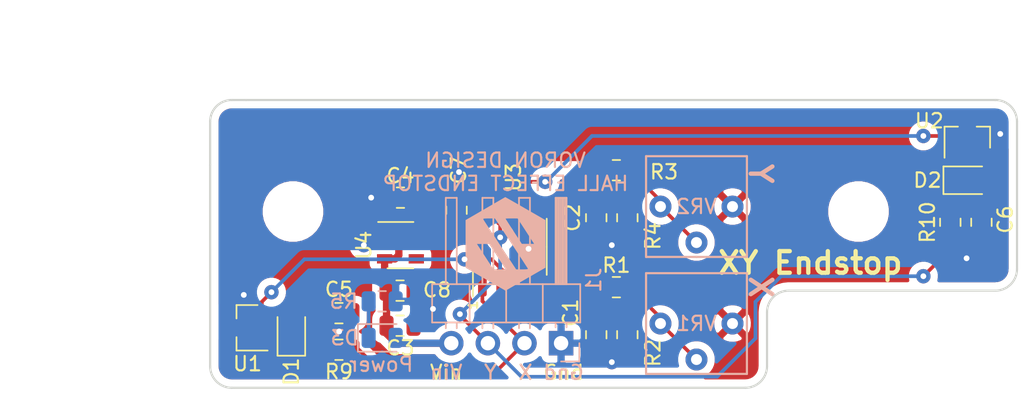
<source format=kicad_pcb>
(kicad_pcb (version 20211014) (generator pcbnew)
  (title_block (title "X-Y Endstop") (date "2017-11-09") (rev "A") (comment 3 " CARLOS RUIZ") (comment 4 " MAKSIM ZOLIN"))
  (layers (0 "F.Cu" signal) (31 "B.Cu" signal) (34 "B.Paste" user) (35 "F.Paste" user) (36 "B.SilkS" user "B.Silkscreen") (37 "F.SilkS" user "F.Silkscreen") (38 "B.Mask" user) (39 "F.Mask" user) (44 "Edge.Cuts" user))
  (net 0 "")
  (net 1 "GND")
  (net 2 "Net-(C1-Pad1)")
  (net 3 "Net-(C2-Pad1)")
  (net 4 "+5V")
  (net 5 "+3V3")
  (net 6 "Y_SIG")
  (net 7 "X_SIG")
  (net 8 "Net-(D1-Pad1)")
  (net 9 "Net-(D2-Pad1)")
  (net 10 "Net-(R1-Pad2)")
  (net 11 "Net-(R3-Pad2)")
  (net 12 "Net-(U1-Pad2)")
  (net 13 "Net-(U2-Pad2)")
  (net 14 "Net-(D3-Pad1)")
  (footprint "HallEffect_XY:C_0805_2012Metric" (layer "F.Cu") (at 148.797 99.183 -90)
    (fp_text reference "C2" (at 0 1.651 90) (layer "F.SilkS"))
    (fp_text value "0.1uF")
    (fp_line (start -0.258578 0.71) (end 0.258578 0.71) (layer "F.SilkS") (width 0.12))
    (fp_line (start -0.258578 -0.71) (end 0.258578 -0.71) (layer "F.SilkS") (width 0.12))
    (pad "1" smd roundrect locked (at -0.9375 0 270) (size 0.975 1.4) (layers "F.Cu" "F.Paste" "F.Mask") (net 3 "Net-(C2-Pad1)"))
    (pad "2" smd roundrect locked (at 0.9375 0 270) (size 0.975 1.4) (layers "F.Cu" "F.Paste" "F.Mask") (net 1 "GND"))
  )
  (footprint "HallEffect_XY:C_0805_2012Metric" (layer "F.Cu") (at 135.18 106.6864)
    (fp_text reference "C3" (at 0.028 1.5436) (layer "F.SilkS"))
    (fp_text value "1uF")
    (fp_line (start -0.258578 0.71) (end 0.258578 0.71) (layer "F.SilkS") (width 0.12))
    (fp_line (start -0.258578 -0.71) (end 0.258578 -0.71) (layer "F.SilkS") (width 0.12))
    (pad "1" smd roundrect locked (at -0.9375 0) (size 0.975 1.4) (layers "F.Cu" "F.Paste" "F.Mask") (net 4 "+5V"))
    (pad "2" smd roundrect locked (at 0.9375 0) (size 0.975 1.4) (layers "F.Cu" "F.Paste" "F.Mask") (net 1 "GND"))
  )
  (footprint "HallEffect_XY:C_0805_2012Metric" (layer "F.Cu") (at 135.208 97.786 180)
    (fp_text reference "C4" (at 0 1.524) (layer "F.SilkS"))
    (fp_text value "1uF")
    (fp_line (start -0.258578 -0.71) (end 0.258578 -0.71) (layer "F.SilkS") (width 0.12))
    (fp_line (start -0.258578 0.71) (end 0.258578 0.71) (layer "F.SilkS") (width 0.12))
    (pad "1" smd roundrect locked (at -0.9375 0 180) (size 0.975 1.4) (layers "F.Cu" "F.Paste" "F.Mask") (net 5 "+3V3"))
    (pad "2" smd roundrect locked (at 0.9375 0 180) (size 0.975 1.4) (layers "F.Cu" "F.Paste" "F.Mask") (net 1 "GND"))
  )
  (footprint "HallEffect_XY:R_0805_2012Metric" (layer "F.Cu") (at 150.194 95.881)
    (fp_text reference "R3" (at 3.306 0.119) (layer "F.SilkS"))
    (fp_text value "1.00K")
    (fp_line (start -0.258578 0.71) (end 0.258578 0.71) (layer "F.SilkS") (width 0.12))
    (fp_line (start -0.258578 -0.71) (end 0.258578 -0.71) (layer "F.SilkS") (width 0.12))
    (pad "1" smd roundrect locked (at -0.9375 0) (size 0.975 1.4) (layers "F.Cu" "F.Paste" "F.Mask") (net 3 "Net-(C2-Pad1)"))
    (pad "2" smd roundrect locked (at 0.9375 0) (size 0.975 1.4) (layers "F.Cu" "F.Paste" "F.Mask") (net 11 "Net-(R3-Pad2)"))
  )
  (footprint "HallEffect_XY:R_0805_2012Metric" (layer "F.Cu") (at 150.956 99.183 -90)
    (fp_text reference "R4" (at 1.27 -1.778 90) (layer "F.SilkS"))
    (fp_text value "10.0k")
    (fp_line (start -0.258578 -0.71) (end 0.258578 -0.71) (layer "F.SilkS") (width 0.12))
    (fp_line (start -0.258578 0.71) (end 0.258578 0.71) (layer "F.SilkS") (width 0.12))
    (pad "1" smd roundrect locked (at -0.9375 0 270) (size 0.975 1.4) (layers "F.Cu" "F.Paste" "F.Mask") (net 3 "Net-(C2-Pad1)"))
    (pad "2" smd roundrect locked (at 0.9375 0 270) (size 0.975 1.4) (layers "F.Cu" "F.Paste" "F.Mask") (net 1 "GND"))
  )
  (footprint "HallEffect_XY:SOT-23-5" (layer "F.Cu") (at 135.208 101.088)
    (fp_text reference "U4" (at -2.54 0 90) (layer "F.SilkS"))
    (fp_text value "AP2127K-3.3")
    (fp_line (start 0.9 -1.61) (end -1.55 -1.61) (layer "F.SilkS") (width 0.12))
    (fp_line (start -0.9 1.61) (end 0.9 1.61) (layer "F.SilkS") (width 0.12))
    (pad "1" smd rect locked (at -1.1 -0.95) (size 1.06 0.65) (layers "F.Cu" "F.Paste" "F.Mask") (net 4 "+5V"))
    (pad "2" smd rect locked (at -1.1 0) (size 1.06 0.65) (layers "F.Cu" "F.Paste" "F.Mask") (net 1 "GND"))
    (pad "3" smd rect locked (at -1.1 0.95) (size 1.06 0.65) (layers "F.Cu" "F.Paste" "F.Mask") (net 4 "+5V"))
    (pad "4" smd rect locked (at 1.1 0.95) (size 1.06 0.65) (layers "F.Cu" "F.Paste" "F.Mask"))
    (pad "5" smd rect locked (at 1.1 -0.95) (size 1.06 0.65) (layers "F.Cu" "F.Paste" "F.Mask") (net 5 "+3V3"))
  )
  (footprint "HallEffect_XY:C_0805_2012Metric" (layer "F.Cu") (at 139.1 98.66 -90)
    (fp_text reference "C7" (at -2.78 -0.144 90) (layer "F.SilkS"))
    (fp_text value "1uF")
    (fp_line (start -0.258578 -0.71) (end 0.258578 -0.71) (layer "F.SilkS") (width 0.12))
    (fp_line (start -0.258578 0.71) (end 0.258578 0.71) (layer "F.SilkS") (width 0.12))
    (pad "1" smd roundrect locked (at -0.9375 0 270) (size 0.975 1.4) (layers "F.Cu" "F.Paste" "F.Mask") (net 1 "GND"))
    (pad "2" smd roundrect locked (at 0.9375 0 270) (size 0.975 1.4) (layers "F.Cu" "F.Paste" "F.Mask") (net 5 "+3V3"))
  )
  (footprint "HallEffect_XY:C_0805_2012Metric" (layer "F.Cu") (at 135.18 104.248)
    (fp_text reference "C8" (at 2.568 -0.048) (layer "F.SilkS"))
    (fp_text value "10uF")
    (fp_line (start -0.258578 -0.71) (end 0.258578 -0.71) (layer "F.SilkS") (width 0.12))
    (fp_line (start -0.258578 0.71) (end 0.258578 0.71) (layer "F.SilkS") (width 0.12))
    (pad "1" smd roundrect locked (at -0.9375 0) (size 0.975 1.4) (layers "F.Cu" "F.Paste" "F.Mask") (net 4 "+5V"))
    (pad "2" smd roundrect locked (at 0.9375 0) (size 0.975 1.4) (layers "F.Cu" "F.Paste" "F.Mask") (net 1 "GND"))
  )
  (footprint "HallEffect_XY:SOIC-8_3.9x4.9mm_P1.27mm" (layer "F.Cu") (at 142.8 101.2 90)
    (fp_text reference "U3" (at 4.826 0.254 90) (layer "F.SilkS"))
    (fp_text value "LM393")
    (fp_line (start 0 -2.56) (end -3.45 -2.56) (layer "F.SilkS") (width 0.12))
    (fp_line (start 0 -2.56) (end 1.95 -2.56) (layer "F.SilkS") (width 0.12))
    (fp_line (start 0 2.56) (end -1.95 2.56) (layer "F.SilkS") (width 0.12))
    (fp_line (start 0 2.56) (end 1.95 2.56) (layer "F.SilkS") (width 0.12))
    (pad "1" smd roundrect locked (at -2.475 -1.905 90) (size 1.95 0.6) (layers "F.Cu" "F.Paste" "F.Mask") (net 7 "X_SIG"))
    (pad "2" smd roundrect locked (at -2.475 -0.635 90) (size 1.95 0.6) (layers "F.Cu" "F.Paste" "F.Mask") (net 12 "Net-(U1-Pad2)"))
    (pad "3" smd roundrect locked (at -2.475 0.635 90) (size 1.95 0.6) (layers "F.Cu" "F.Paste" "F.Mask") (net 2 "Net-(C1-Pad1)"))
    (pad "4" smd roundrect locked (at -2.475 1.905 90) (size 1.95 0.6) (layers "F.Cu" "F.Paste" "F.Mask") (net 1 "GND"))
    (pad "5" smd roundrect locked (at 2.475 1.905 90) (size 1.95 0.6) (layers "F.Cu" "F.Paste" "F.Mask") (net 3 "Net-(C2-Pad1)"))
    (pad "6" smd roundrect locked (at 2.475 0.635 90) (size 1.95 0.6) (layers "F.Cu" "F.Paste" "F.Mask") (net 13 "Net-(U2-Pad2)"))
    (pad "7" smd roundrect locked (at 2.475 -0.635 90) (size 1.95 0.6) (layers "F.Cu" "F.Paste" "F.Mask") (net 6 "Y_SIG"))
    (pad "8" smd roundrect locked (at 2.475 -1.905 90) (size 1.95 0.6) (layers "F.Cu" "F.Paste" "F.Mask") (net 5 "+3V3"))
  )
  (footprint "HallEffect_XY:C_0805_2012Metric" (layer "F.Cu") (at 130.9385 105.815)
    (fp_text reference "C5" (at 0 -1.65) (layer "F.SilkS"))
    (fp_text value "1uF")
    (fp_line (start -0.258578 -0.71) (end 0.258578 -0.71) (layer "F.SilkS") (width 0.12))
    (fp_line (start -0.258578 0.71) (end 0.258578 0.71) (layer "F.SilkS") (width 0.12))
    (pad "1" smd roundrect locked (at -0.9375 0) (size 0.975 1.4) (layers "F.Cu" "F.Paste" "F.Mask") (net 5 "+3V3"))
    (pad "2" smd roundrect locked (at 0.9375 0) (size 0.975 1.4) (layers "F.Cu" "F.Paste" "F.Mask") (net 1 "GND"))
  )
  (footprint "HallEffect_XY:SOT-23" (layer "F.Cu") (at 124.5885 106.831 180)
    (fp_text reference "U1" (at 0 -2.5) (layer "F.SilkS"))
    (fp_text value "SS39ET")
    (fp_line (start 0.76 -1.58) (end -1.4 -1.58) (layer "F.SilkS") (width 0.12))
    (fp_line (start 0.76 -1.58) (end 0.76 -0.65) (layer "F.SilkS") (width 0.12))
    (fp_line (start 0.76 1.58) (end 0.76 0.65) (layer "F.SilkS") (width 0.12))
    (fp_line (start 0.76 1.58) (end -0.7 1.58) (layer "F.SilkS") (width 0.12))
    (pad "1" smd rect locked (at -1 -0.95 180) (size 0.9 0.8) (layers "F.Cu" "F.Paste" "F.Mask") (net 5 "+3V3"))
    (pad "2" smd rect locked (at -1 0.95 180) (size 0.9 0.8) (layers "F.Cu" "F.Paste" "F.Mask") (net 12 "Net-(U1-Pad2)"))
    (pad "3" smd rect locked (at 1 0 180) (size 0.9 0.8) (layers "F.Cu" "F.Paste" "F.Mask") (net 1 "GND"))
  )
  (footprint "HallEffect_XY:R_0805_2012Metric" (layer "F.Cu") (at 130.9385 108.355)
    (fp_text reference "R9" (at 0 1.524) (layer "F.SilkS"))
    (fp_text value "1.00K")
    (fp_line (start -0.258578 0.71) (end 0.258578 0.71) (layer "F.SilkS") (width 0.12))
    (fp_line (start -0.258578 -0.71) (end 0.258578 -0.71) (layer "F.SilkS") (width 0.12))
    (pad "1" smd roundrect locked (at -0.9375 0) (size 0.975 1.4) (layers "F.Cu" "F.Paste" "F.Mask") (net 8 "Net-(D1-Pad1)"))
    (pad "2" smd roundrect locked (at 0.9375 0) (size 0.975 1.4) (layers "F.Cu" "F.Paste" "F.Mask") (net 7 "X_SIG"))
  )
  (footprint "HallEffect_XY:LED_0805_2012Metric" (layer "F.Cu") (at 127.6365 107.085 90)
    (fp_text reference "D1" (at -2.794 0 90) (layer "F.SilkS"))
    (fp_text value "LED_0805")
    (fp_line (start -1.685 -0.96) (end -1.685 0.96) (layer "F.SilkS") (width 0.12))
    (fp_line (start -1.685 0.96) (end 1 0.96) (layer "F.SilkS") (width 0.12))
    (fp_line (start 1 -0.96) (end -1.685 -0.96) (layer "F.SilkS") (width 0.12))
    (pad "1" smd roundrect locked (at -0.9375 0 90) (size 0.975 1.4) (layers "F.Cu" "F.Paste" "F.Mask") (net 8 "Net-(D1-Pad1)"))
    (pad "2" smd roundrect locked (at 0.9375 0 90) (size 0.975 1.4) (layers "F.Cu" "F.Paste" "F.Mask") (net 5 "+3V3"))
  )
  (footprint "HallEffect_XY:C_0805_2012Metric" (layer "F.Cu") (at 148.797 107.311 -90)
    (fp_text reference "C1" (at -1.524 1.778 90) (layer "F.SilkS"))
    (fp_text value "0.1uF")
    (fp_line (start -0.258578 -0.71) (end 0.258578 -0.71) (layer "F.SilkS") (width 0.12))
    (fp_line (start -0.258578 0.71) (end 0.258578 0.71) (layer "F.SilkS") (width 0.12))
    (pad "1" smd roundrect locked (at -0.9375 0 270) (size 0.975 1.4) (layers "F.Cu" "F.Paste" "F.Mask") (net 2 "Net-(C1-Pad1)"))
    (pad "2" smd roundrect locked (at 0.9375 0 270) (size 0.975 1.4) (layers "F.Cu" "F.Paste" "F.Mask") (net 1 "GND"))
  )
  (footprint "HallEffect_XY:R_0805_2012Metric" (layer "F.Cu") (at 150.956 107.311 -90)
    (fp_text reference "R2" (at 1.27 -1.778 90) (layer "F.SilkS"))
    (fp_text value "10.0k")
    (fp_line (start -0.258578 0.71) (end 0.258578 0.71) (layer "F.SilkS") (width 0.12))
    (fp_line (start -0.258578 -0.71) (end 0.258578 -0.71) (layer "F.SilkS") (width 0.12))
    (pad "1" smd roundrect locked (at -0.9375 0 270) (size 0.975 1.4) (layers "F.Cu" "F.Paste" "F.Mask") (net 2 "Net-(C1-Pad1)"))
    (pad "2" smd roundrect locked (at 0.9375 0 270) (size 0.975 1.4) (layers "F.Cu" "F.Paste" "F.Mask") (net 1 "GND"))
  )
  (footprint "HallEffect_XY:R_0805_2012Metric" (layer "F.Cu") (at 150.194 104.009)
    (fp_text reference "R1" (at 0 -1.524) (layer "F.SilkS"))
    (fp_text value "1.00K")
    (fp_line (start -0.258578 0.71) (end 0.258578 0.71) (layer "F.SilkS") (width 0.12))
    (fp_line (start -0.258578 -0.71) (end 0.258578 -0.71) (layer "F.SilkS") (width 0.12))
    (pad "1" smd roundrect locked (at -0.9375 0) (size 0.975 1.4) (layers "F.Cu" "F.Paste" "F.Mask") (net 2 "Net-(C1-Pad1)"))
    (pad "2" smd roundrect locked (at 0.9375 0) (size 0.975 1.4) (layers "F.Cu" "F.Paste" "F.Mask") (net 10 "Net-(R1-Pad2)"))
  )
  (footprint "HallEffect_XY:LED_0805_2012Metric" (layer "F.Cu") (at 174.578 96.578)
    (fp_text reference "D2" (at -2.794 0) (layer "F.SilkS"))
    (fp_text value "LED_0805")
    (fp_line (start -1.685 0.96) (end 1 0.96) (layer "F.SilkS") (width 0.12))
    (fp_line (start 1 -0.96) (end -1.685 -0.96) (layer "F.SilkS") (width 0.12))
    (fp_line (start -1.685 -0.96) (end -1.685 0.96) (layer "F.SilkS") (width 0.12))
    (pad "1" smd roundrect locked (at -0.9375 0) (size 0.975 1.4) (layers "F.Cu" "F.Paste" "F.Mask") (net 9 "Net-(D2-Pad1)"))
    (pad "2" smd roundrect locked (at 0.9375 0) (size 0.975 1.4) (layers "F.Cu" "F.Paste" "F.Mask") (net 5 "+3V3"))
  )
  (footprint "HallEffect_XY:R_0805_2012Metric" (layer "F.Cu") (at 173.3715 99.499 -90)
    (fp_text reference "R10" (at 0 1.5875 90) (layer "F.SilkS"))
    (fp_text value "1.00K")
    (fp_line (start -0.258578 0.71) (end 0.258578 0.71) (layer "F.SilkS") (width 0.12))
    (fp_line (start -0.258578 -0.71) (end 0.258578 -0.71) (layer "F.SilkS") (width 0.12))
    (pad "1" smd roundrect locked (at -0.9375 0 270) (size 0.975 1.4) (layers "F.Cu" "F.Paste" "F.Mask") (net 9 "Net-(D2-Pad1)"))
    (pad "2" smd roundrect locked (at 0.9375 0 270) (size 0.975 1.4) (layers "F.Cu" "F.Paste" "F.Mask") (net 6 "Y_SIG"))
  )
  (footprint "HallEffect_XY:SOT-23" (layer "F.Cu") (at 174.55 93.612 90)
    (fp_text reference "U2" (at 1.1615 -2.639 180) (layer "F.SilkS"))
    (fp_text value "SS39ET")
    (fp_line (start 0.76 1.58) (end 0.76 0.65) (layer "F.SilkS") (width 0.12))
    (fp_line (start 0.76 1.58) (end -0.7 1.58) (layer "F.SilkS") (width 0.12))
    (fp_line (start 0.76 -1.58) (end -1.4 -1.58) (layer "F.SilkS") (width 0.12))
    (fp_line (start 0.76 -1.58) (end 0.76 -0.65) (layer "F.SilkS") (width 0.12))
    (pad "1" smd rect locked (at -1 -0.95 90) (size 0.9 0.8) (layers "F.Cu" "F.Paste" "F.Mask") (net 5 "+3V3"))
    (pad "2" smd rect locked (at -1 0.95 90) (size 0.9 0.8) (layers "F.Cu" "F.Paste" "F.Mask") (net 13 "Net-(U2-Pad2)"))
    (pad "3" smd rect locked (at 1 0 90) (size 0.9 0.8) (layers "F.Cu" "F.Paste" "F.Mask") (net 1 "GND"))
  )
  (footprint "HallEffect_XY:C_0805_2012Metric" (layer "F.Cu") (at 175.5305 99.499 -90)
    (fp_text reference "C6" (at -0.1905 -1.651 90) (layer "F.SilkS"))
    (fp_text value "1uF")
    (fp_line (start -0.258578 -0.71) (end 0.258578 -0.71) (layer "F.SilkS") (width 0.12))
    (fp_line (start -0.258578 0.71) (end 0.258578 0.71) (layer "F.SilkS") (width 0.12))
    (pad "1" smd roundrect locked (at -0.9375 0 270) (size 0.975 1.4) (layers "F.Cu" "F.Paste" "F.Mask") (net 5 "+3V3"))
    (pad "2" smd roundrect locked (at 0.9375 0 270) (size 0.975 1.4) (layers "F.Cu" "F.Paste" "F.Mask") (net 1 "GND"))
  )
  (footprint "HallEffect_XY:MountingHole_3.2mm_M3" (layer "F.Cu") (at 127.75 98.75)
    (fp_text reference "REF**" hide)
    (fp_text value "MountingHole_3.2mm_M3")
    (pad "" np_thru_hole circle locked (at 0 0) (size 3.2 3.2) (drill 3.2) (layers *.Cu *.Mask))
  )
  (footprint "HallEffect_XY:MountingHole_3.2mm_M3" (layer "F.Cu") (at 167 98.75)
    (fp_text reference "REF**" hide)
    (fp_text value "MountingHole_3.2mm_M3")
    (pad "" np_thru_hole circle locked (at 0 0) (size 3.2 3.2) (drill 3.2) (layers *.Cu *.Mask))
  )
  (footprint "Connector_PinHeader_2.54mm:PinHeader_1x04_P2.54mm_Horizontal" (layer "B.Cu") (at 146.356 107.9 90)
    (fp_text reference "J1" (at 4.385 2.27 270) (layer "B.SilkS") (effects (justify mirror)))
    (fp_text value "CONN_01X04")
    (fp_line (start 4.1 0.2) (end 10.1 0.2) (layer "B.SilkS") (width 0.12))
    (fp_line (start 4.1 -2.16) (end 10.1 -2.16) (layer "B.SilkS") (width 0.12))
    (fp_line (start 4.1 0.32) (end 10.1 0.32) (layer "B.SilkS") (width 0.12))
    (fp_line (start 1.11 -0.38) (end 1.44 -0.38) (layer "B.SilkS") (width 0.12))
    (fp_line (start 10.1 -7.24) (end 10.1 -8) (layer "B.SilkS") (width 0.12))
    (fp_line (start 1.44 1.33) (end 1.44 -8.95) (layer "B.SilkS") (width 0.12))
    (fp_line (start 10.1 -0.38) (end 4.1 -0.38) (layer "B.SilkS") (width 0.12))
    (fp_line (start 1.042929 -2.16) (end 1.44 -2.16) (layer "B.SilkS") (width 0.12))
    (fp_line (start 10.1 -2.16) (end 10.1 -2.92) (layer "B.SilkS") (width 0.12))
    (fp_line (start 1.042929 -5.46) (end 1.44 -5.46) (layer "B.SilkS") (width 0.12))
    (fp_line (start 4.1 -8.95) (end 4.1 1.33) (layer "B.SilkS") (width 0.12))
    (fp_line (start 4.1 -0.16) (end 10.1 -0.16) (layer "B.SilkS") (width 0.12))
    (fp_line (start -1.27 1.27) (end 0 1.27) (layer "B.SilkS") (width 0.12))
    (fp_line (start 10.1 0.38) (end 10.1 -0.38) (layer "B.SilkS") (width 0.12))
    (fp_line (start 1.042929 -2.92) (end 1.44 -2.92) (layer "B.SilkS") (width 0.12))
    (fp_line (start 4.1 -0.28) (end 10.1 -0.28) (layer "B.SilkS") (width 0.12))
    (fp_line (start 4.1 0.38) (end 10.1 0.38) (layer "B.SilkS") (width 0.12))
    (fp_line (start -1.27 0) (end -1.27 1.27) (layer "B.SilkS") (width 0.12))
    (fp_line (start 1.042929 -8) (end 1.44 -8) (layer "B.SilkS") (width 0.12))
    (fp_line (start 4.1 -4.7) (end 10.1 -4.7) (layer "B.SilkS") (width 0.12))
    (fp_line (start 1.44 -8.95) (end 4.1 -8.95) (layer "B.SilkS") (width 0.12))
    (fp_line (start 4.1 -0.04) (end 10.1 -0.04) (layer "B.SilkS") (width 0.12))
    (fp_line (start 4.1 1.33) (end 1.44 1.33) (layer "B.SilkS") (width 0.12))
    (fp_line (start 4.1 0.08) (end 10.1 0.08) (layer "B.SilkS") (width 0.12))
    (fp_line (start 1.042929 -7.24) (end 1.44 -7.24) (layer "B.SilkS") (width 0.12))
    (fp_line (start 10.1 -4.7) (end 10.1 -5.46) (layer "B.SilkS") (width 0.12))
    (fp_line (start 1.44 -1.27) (end 4.1 -1.27) (layer "B.SilkS") (width 0.12))
    (fp_line (start 4.1 -7.24) (end 10.1 -7.24) (layer "B.SilkS") (width 0.12))
    (fp_line (start 1.44 -6.35) (end 4.1 -6.35) (layer "B.SilkS") (width 0.12))
    (fp_line (start 10.1 -2.92) (end 4.1 -2.92) (layer "B.SilkS") (width 0.12))
    (fp_line (start 1.042929 -4.7) (end 1.44 -4.7) (layer "B.SilkS") (width 0.12))
    (fp_line (start 1.11 0.38) (end 1.44 0.38) (layer "B.SilkS") (width 0.12))
    (fp_line (start 1.44 -3.81) (end 4.1 -3.81) (layer "B.SilkS") (width 0.12))
    (fp_line (start 10.1 -8) (end 4.1 -8) (layer "B.SilkS") (width 0.12))
    (fp_line (start 10.1 -5.46) (end 4.1 -5.46) (layer "B.SilkS") (width 0.12))
    (pad "1" thru_hole rect (at 0 0 90) (size 1.7 1.7) (drill 1) (layers *.Cu *.Mask) (net 1 "GND"))
    (pad "2" thru_hole oval (at 0 -2.54 90) (size 1.7 1.7) (drill 1) (layers *.Cu *.Mask) (net 7 "X_SIG"))
    (pad "3" thru_hole oval (at 0 -5.08 90) (size 1.7 1.7) (drill 1) (layers *.Cu *.Mask) (net 6 "Y_SIG"))
    (pad "4" thru_hole oval (at 0 -7.62 90) (size 1.7 1.7) (drill 1) (layers *.Cu *.Mask) (net 4 "+5V"))
  )
  (footprint "HallEffect_XY:CT6EP103" (layer "B.Cu") (at 155.754 106.534)
    (fp_text reference "VR1" (at 0 0) (layer "B.SilkS") (effects (justify mirror)))
    (fp_text value "10.0K")
    (fp_line (start 3.5 -3.5) (end 3.5 3.5) (layer "B.SilkS") (width 0.15))
    (fp_line (start -3.5 3.5) (end -3.5 -3.5) (layer "B.SilkS") (width 0.15))
    (fp_line (start 3.5 3.5) (end 0 3.5) (layer "B.SilkS") (width 0.15))
    (fp_line (start -3.5 -3.5) (end 3.5 -3.5) (layer "B.SilkS") (width 0.15))
    (fp_line (start 0 3.5) (end -3.5 3.5) (layer "B.SilkS") (width 0.15))
    (pad "1" thru_hole circle locked (at -2.5 0) (size 1.524 1.524) (drill 0.762) (layers *.Cu *.Mask) (net 10 "Net-(R1-Pad2)"))
    (pad "2" thru_hole circle locked (at 0 2.5) (size 1.524 1.524) (drill 0.762) (layers *.Cu *.Mask) (net 10 "Net-(R1-Pad2)"))
    (pad "3" thru_hole circle locked (at 2.5 0) (size 1.524 1.524) (drill 0.762) (layers *.Cu *.Mask) (net 5 "+3V3"))
  )
  (footprint "HallEffect_XY:CT6EP103" (layer "B.Cu") (at 155.754 98.406)
    (fp_text reference "VR2" (at 0 0) (layer "B.SilkS") (effects (justify mirror)))
    (fp_text value "10.0K")
    (fp_line (start 3.5 -3.5) (end 3.5 3.5) (layer "B.SilkS") (width 0.15))
    (fp_line (start 3.5 3.5) (end 0 3.5) (layer "B.SilkS") (width 0.15))
    (fp_line (start 0 3.5) (end -3.5 3.5) (layer "B.SilkS") (width 0.15))
    (fp_line (start -3.5 -3.5) (end 3.5 -3.5) (layer "B.SilkS") (width 0.15))
    (fp_line (start -3.5 3.5) (end -3.5 -3.5) (layer "B.SilkS") (width 0.15))
    (pad "1" thru_hole circle locked (at -2.5 0) (size 1.524 1.524) (drill 0.762) (layers *.Cu *.Mask) (net 11 "Net-(R3-Pad2)"))
    (pad "2" thru_hole circle locked (at 0 2.5) (size 1.524 1.524) (drill 0.762) (layers *.Cu *.Mask) (net 11 "Net-(R3-Pad2)"))
    (pad "3" thru_hole circle locked (at 2.5 0) (size 1.524 1.524) (drill 0.762) (layers *.Cu *.Mask) (net 5 "+3V3"))
  )
  (footprint "HallEffect_XY:LED_0805_2012Metric" (layer "B.Cu") (at 133.938 107.5315)
    (fp_text reference "D3" (at -2.6035 0) (layer "B.SilkS") (effects (justify mirror)))
    (fp_text value "LED_0805")
    (fp_line (start -1.685 0.96) (end -1.685 -0.96) (layer "B.SilkS") (width 0.12))
    (fp_line (start 1 0.96) (end -1.685 0.96) (layer "B.SilkS") (width 0.12))
    (fp_line (start -1.685 -0.96) (end 1 -0.96) (layer "B.SilkS") (width 0.12))
    (pad "1" smd roundrect locked (at -0.9375 0) (size 0.975 1.4) (layers "B.Cu" "B.Paste" "B.Mask") (net 14 "Net-(D3-Pad1)"))
    (pad "2" smd roundrect locked (at 0.9375 0) (size 0.975 1.4) (layers "B.Cu" "B.Paste" "B.Mask") (net 4 "+5V"))
  )
  (footprint "HallEffect_XY:R_0805_2012Metric" (layer "B.Cu") (at 133.938 104.9915 180)
    (fp_text reference "R5" (at 2.667 0 180) (layer "B.SilkS") (effects (justify mirror)))
    (fp_text value "1.00K")
    (fp_line (start -0.258578 -0.71) (end 0.258578 -0.71) (layer "B.SilkS") (width 0.12))
    (fp_line (start -0.258578 0.71) (end 0.258578 0.71) (layer "B.SilkS") (width 0.12))
    (pad "1" smd roundrect locked (at -0.9375 0 180) (size 0.975 1.4) (layers "B.Cu" "B.Paste" "B.Mask") (net 1 "GND"))
    (pad "2" smd roundrect locked (at 0.9375 0 180) (size 0.975 1.4) (layers "B.Cu" "B.Paste" "B.Mask") (net 14 "Net-(D3-Pad1)"))
  )
  (footprint "TRA_KiCad_Footprints:VoronLogo_6pt5mm_silkScreen" (layer "B.Cu") (at 142.5 101)
    (fp_text reference "G***" hide)
    (fp_text value "LOGO" hide)
    (fp_poly (pts (xy 2.7686 1.64985) (xy 2.7686 -1.649849) (xy 1.379308 -2.450524) (xy 1.039339 -2.646185) (xy 0.729012 -2.824267) (xy 0.458882 -2.978754) (xy 0.239505 -3.10363) (xy 0.081439 -3.192877) (xy -0.004761 -3.240478) (xy -0.017692 -3.24677) (xy -0.061819 -3.221166) (xy -0.183209 -3.150713) (xy -0.371255 -3.041566) (xy -0.615351 -2.899881) (xy -0.904891 -2.731815) (xy -1.229269 -2.543525) (xy -1.397 -2.446162) (xy -2.622352 -1.734876) (xy -1.566334 -1.734876) (xy -1.527559 -1.754402) (xy -1.409521 -1.769187) (xy -1.234533 -1.776891) (xy -1.159934 -1.777479) (xy -0.7366 -1.776959) (xy -0.722179 -1.755076) (xy 0 -1.755076) (xy 0.04685 -1.765563) (xy 0.171616 -1.7735) (xy 0.350623 -1.777596) (xy 0.4191 -1.777886) (xy 0.8382 -1.777772) (xy 1.3208 -1.034043) (xy 1.485838 -0.779678) (xy 1.637963 -0.545166) (xy 1.765863 -0.347951) (xy 1.858223 -0.205476) (xy 1.897288 -0.145156) (xy 1.991177 0) (xy 1.129093 0) (xy 0.564546 -0.866076) (xy 0.394034 -1.128735) (xy 0.244186 -1.361619) (xy 0.123286 -1.551683) (xy 0.039618 -1.685882) (xy 0.001465 -1.751172) (xy 0 -1.755076) (xy -0.722179 -1.755076) (xy 0.4064 -0.042603) (xy 0.654036 0.333568) (xy 0.884037 0.683745) (xy 1.09042 0.998762) (xy 1.267202 1.269449) (xy 1.408399 1.486639) (xy 1.508029 1.641163) (xy 1.560108 1.723852) (xy 1.566333 1.734877) (xy 1.527558 1.754403) (xy 1.40952 1.769188) (xy 1.234532 1.776892) (xy 1.159933 1.77748) (xy 0.7366 1.77696) (xy -0.4064 0.042604) (xy -0.654037 -0.333567) (xy -0.884038 -0.683744) (xy -1.090421 -0.998761) (xy -1.267203 -1.269448) (xy -1.4084 -1.486638) (xy -1.50803 -1.641162) (xy -1.560109 -1.723851) (xy -1.566334 -1.734876) (xy -2.622352 -1.734876) (xy -2.7686 -1.649983) (xy -2.7686 0) (xy -1.991178 0) (xy -1.129094 0) (xy -0.564547 0.866077) (xy -0.394035 1.128736) (xy -0.244187 1.36162) (xy -0.123287 1.551684) (xy -0.039619 1.685883) (xy -0.001466 1.751173) (xy 0 1.755077) (xy -0.046851 1.765564) (xy -0.171617 1.773501) (xy -0.350624 1.777597) (xy -0.4191 1.777887) (xy -0.8382 1.777773) (xy -1.3208 1.034044) (xy -1.485839 0.779679) (xy -1.637964 0.545167) (xy -1.765864 0.347952) (xy -1.858224 0.205477) (xy -1.897289 0.145157) (xy -1.991178 0) (xy -2.7686 0) (xy -2.7686 1.64985) (xy 0 3.245448) (xy 2.7686 1.64985)) (layer "B.SilkS") (width 0.01) (fill solid))
  )
  (gr_line (start 178 102.75) (end 178 92.5) (layer "Edge.Cuts") (width 0.15))
  (gr_arc (start 178 102.75) (mid 177.56066 103.81066) (end 176.5 104.25) (layer "Edge.Cuts") (width 0.15))
  (gr_arc (start 123.5 111) (mid 122.43934 110.56066) (end 122 109.5) (layer "Edge.Cuts") (width 0.15))
  (gr_line (start 122 92.5) (end 122 95.5) (layer "Edge.Cuts") (width 0.15))
  (gr_line (start 160.65 109.5) (end 160.65 105.75) (layer "Edge.Cuts") (width 0.15))
  (gr_arc (start 122 92.5) (mid 122.43934 91.43934) (end 123.5 91) (layer "Edge.Cuts") (width 0.15))
  (gr_line (start 122 109.5) (end 122 95.5) (layer "Edge.Cuts") (width 0.15))
  (gr_line (start 176.5 104.25) (end 162.15 104.25) (layer "Edge.Cuts") (width 0.15))
  (gr_arc (start 160.65 105.75) (mid 161.08934 104.68934) (end 162.15 104.25) (layer "Edge.Cuts") (width 0.15))
  (gr_line (start 124.5 91) (end 123.5 91) (layer "Edge.Cuts") (width 0.15))
  (gr_line (start 159.15 111) (end 123.5 111) (layer "Edge.Cuts") (width 0.15))
  (gr_arc (start 160.65 109.5) (mid 160.21066 110.56066) (end 159.15 111) (layer "Edge.Cuts") (width 0.15))
  (gr_arc (start 176.5 91) (mid 177.56066 91.43934) (end 178 92.5) (layer "Edge.Cuts") (width 0.15))
  (gr_line (start 124.5 91) (end 176.5 91) (layer "Edge.Cuts") (width 0.15))
  (gr_text "Y" (at 160.2 96.12 270) (layer "B.SilkS") (effects (font (size 1.5 1.5) (thickness 0.3))))
  (gr_text "Power" (at 133.8745 109.373) (layer "B.SilkS") (effects (font (size 1 1)) (justify mirror)))
  (gr_text "Gnd X  Y  Vin" (at 142.6 109.932) (layer "B.SilkS") (effects (font (size 1 1)) (justify mirror)))
  (gr_text "X" (at 160.2 103.994 270) (layer "B.SilkS") (effects (font (size 1.5 1.5) (thickness 0.3))))
  (gr_text "VORON DESIGN\nHALL EFFECT ENDSTOP" (at 142.5 96) (layer "B.SilkS") (effects (font (size 1 1)) (justify mirror)))
  (gr_text "Vin  Y  X Gnd" (at 142.6 109.932) (layer "F.SilkS") (effects (font (size 1 1))))
  (gr_text "XY Endstop" (at 163.656 102.3245) (layer "F.SilkS") (effects (font (size 1.5 1.5) (thickness 0.3))))
  (gr_text "1" (at 140.26 105.264 90) (layer "F.SilkS") (effects (font (size 0.6 0.6))))
  (segment (start 123.5885 106.831) (end 123.5885 105.291) (width 0.508) (layer "F.Cu") (net 1))
  (segment (start 123.5885 105.291) (end 124.3345 104.545) (width 0.508) (layer "F.Cu") (net 1))
  (segment (start 148.909 100.1205) (end 149.8765 101.088) (width 0.508) (layer "F.Cu") (net 1))
  (segment (start 148.797 100.1205) (end 148.909 100.1205) (width 0.508) (layer "F.Cu") (net 1))
  (segment (start 150.844 100.1205) (end 149.8765 101.088) (width 0.508) (layer "F.Cu") (net 1))
  (segment (start 150.956 100.1205) (end 150.844 100.1205) (width 0.508) (layer "F.Cu") (net 1))
  (segment (start 176.09 92.612) (end 176.836 93.358) (width 0.508) (layer "F.Cu") (net 1))
  (segment (start 174.55 92.612) (end 176.09 92.612) (width 0.508) (layer "F.Cu") (net 1))
  (segment (start 136.2976 106.6864) (end 137.466 105.518) (width 0.508) (layer "F.Cu") (net 1))
  (segment (start 136.196 104.248) (end 137.466 105.518) (width 0.508) (layer "F.Cu") (net 1))
  (segment (start 150.956 108.2485) (end 150.844 108.2485) (width 0.508) (layer "F.Cu") (net 1))
  (segment (start 175.5305 100.9695) (end 174.5 102) (width 0.508) (layer "F.Cu") (net 1))
  (segment (start 139.1 97.7225) (end 139.1 96.18) (width 0.508) (layer "F.Cu") (net 1))
  (segment (start 148.797 108.2485) (end 148.909 108.2485) (width 0.508) (layer "F.Cu") (net 1))
  (segment (start 136.1175 106.6864) (end 136.2976 106.6864) (width 0.508) (layer "F.Cu") (net 1))
  (segment (start 144.705 103.675) (end 144.705 101.949) (width 0.508) (layer "F.Cu") (net 1))
  (segment (start 131.876 105.815) (end 131.876 106.1645) (width 0.508) (layer "F.Cu") (net 1))
  (segment (start 136.1175 104.248) (end 136.196 104.248) (width 0.508) (layer "F.Cu") (net 1))
  (segment (start 139.1 96.18) (end 139.272 96.008) (width 0.508) (layer "F.Cu") (net 1))
  (segment (start 134.2705 97.786) (end 133.176 97.786) (width 0.508) (layer "F.Cu") (net 1))
  (segment (start 144.705 101.949) (end 144.098 101.342) (width 0.508) (layer "F.Cu") (net 1))
  (segment (start 150.844 108.2485) (end 149.8765 109.216) (width 0.508) (layer "F.Cu") (net 1))
  (segment (start 148.909 108.2485) (end 149.8765 109.216) (width 0.508) (layer "F.Cu") (net 1))
  (segment (start 134.108 101.088) (end 132.668 101.088) (width 0.508) (layer "F.Cu") (net 1))
  (segment (start 131.876 106.1645) (end 130.9535 107.087) (width 0.508) (layer "F.Cu") (net 1))
  (segment (start 175.5305 100.4365) (end 175.5305 100.9695) (width 0.508) (layer "F.Cu") (net 1))
  (segment (start 136.1175 106.28) (end 136.493 106.28) (width 0.508) (layer "F.Cu") (net 1))
  (via (at 124.3345 104.545) (size 1) (drill 0.4) (layers "F.Cu" "B.Cu") (net 1))
  (via (at 149.8765 101.088) (size 1) (drill 0.4) (layers "F.Cu" "B.Cu") (net 1))
  (via (at 176.836 93.358) (size 1) (drill 0.4) (layers "F.Cu" "B.Cu") (net 1))
  (via (at 133.176 97.786) (size 1) (drill 0.4) (layers "F.Cu" "B.Cu") (net 1))
  (via (at 137.466 105.518) (size 1) (drill 0.4) (layers "F.Cu" "B.Cu") (net 1))
  (via (at 144.098 101.342) (size 1) (drill 0.4) (layers "F.Cu" "B.Cu") (net 1))
  (via (at 149.8765 109.216) (size 1) (drill 0.4) (layers "F.Cu" "B.Cu") (net 1))
  (via (at 132.668 101.088) (size 1) (drill 0.4) (layers "F.Cu" "B.Cu") (net 1))
  (via (at 130.9535 107.087) (size 1) (drill 0.4) (layers "F.Cu" "B.Cu") (net 1))
  (via (at 139.272 96.008) (size 1) (drill 0.4) (layers "F.Cu" "B.Cu") (net 1))
  (via (at 174.5 102) (size 1) (drill 0.4) (layers "F.Cu" "B.Cu") (net 1))
  (segment (start 145.1585 106.3735) (end 148.797 106.3735) (width 0.254) (layer "F.Cu") (net 2))
  (segment (start 143.435 103.675) (end 143.435 104.65) (width 0.254) (layer "F.Cu") (net 2))
  (segment (start 150.956 106.3735) (end 148.797 106.3735) (width 0.254) (layer "F.Cu") (net 2))
  (segment (start 148.797 106.3735) (end 148.797 104.4685) (width 0.254) (layer "F.Cu") (net 2))
  (segment (start 143.435 104.65) (end 145.1585 106.3735) (width 0.254) (layer "F.Cu") (net 2))
  (segment (start 148.797 104.4685) (end 149.2565 104.009) (width 0.254) (layer "F.Cu") (net 2))
  (segment (start 144.705 98.725) (end 148.3175 98.725) (width 0.254) (layer "F.Cu") (net 3))
  (segment (start 150.956 98.2455) (end 148.797 98.2455) (width 0.254) (layer "F.Cu") (net 3))
  (segment (start 148.797 96.3405) (end 149.2565 95.881) (width 0.254) (layer "F.Cu") (net 3))
  (segment (start 148.3175 98.725) (end 148.797 98.2455) (width 0.254) (layer "F.Cu") (net 3))
  (segment (start 148.797 98.2455) (end 148.797 96.3405) (width 0.254) (layer "F.Cu") (net 3))
  (segment (start 134.108 102.038) (end 134.108 104.1135) (width 0.508) (layer "F.Cu") (net 4))
  (segment (start 134.2425 106.28) (end 134.2425 104.248) (width 0.508) (layer "F.Cu") (net 4))
  (segment (start 135.095201 101.778761) (end 135.095201 100.397239) (width 0.508) (layer "F.Cu") (net 4))
  (segment (start 134.835962 102.038) (end 135.095201 101.778761) (width 0.508) (layer "F.Cu") (net 4))
  (segment (start 134.2425 107.2345) (end 134.2425 106.28) (width 0.508) (layer "F.Cu") (net 4))
  (segment (start 134.108 104.1135) (end 134.2425 104.248) (width 0.508) (layer "F.Cu") (net 4))
  (segment (start 135.095201 100.397239) (end 134.835962 100.138) (width 0.508) (layer "F.Cu") (net 4))
  (segment (start 134.908 107.9) (end 134.2425 107.2345) (width 0.508) (layer "F.Cu") (net 4))
  (segment (start 138.736 107.9) (end 134.908 107.9) (width 0.508) (layer "F.Cu") (net 4))
  (segment (start 134.108 102.038) (end 134.835962 102.038) (width 0.508) (layer "F.Cu") (net 4))
  (segment (start 134.835962 100.138) (end 134.108 100.138) (width 0.508) (layer "F.Cu") (net 4))
  (segment (start 138.736 107.9) (end 135.244 107.9) (width 0.508) (layer "B.Cu") (net 4))
  (segment (start 135.244 107.9) (end 134.8755 107.5315) (width 0.508) (layer "B.Cu") (net 4))
  (segment (start 127.222 106.1475) (end 125.5885 107.781) (width 0.508) (layer "F.Cu") (net 5))
  (segment (start 127.6365 106.1475) (end 127.222 106.1475) (width 0.508) (layer "F.Cu") (net 5))
  (segment (start 140.895 98.725) (end 139.9725 98.725) (width 0.508) (layer "F.Cu") (net 5))
  (segment (start 136.308 100.138) (end 136.308 97.9485) (width 0.508) (layer "F.Cu") (net 5))
  (segment (start 139.9725 98.725) (end 139.1 99.5975) (width 0.508) (layer "F.Cu") (net 5))
  (segment (start 175.5155 96.5275) (end 173.6 94.612) (width 0.508) (layer "F.Cu") (net 5))
  (segment (start 175.5155 96.578) (end 175.5155 96.5275) (width 0.508) (layer "F.Cu") (net 5))
  (segment (start 136.308 97.9485) (end 136.1455 97.786) (width 0.508) (layer "F.Cu") (net 5))
  (segment (start 129.6685 106.1475) (end 130.001 105.815) (width 0.508) (layer "F.Cu") (net 5))
  (segment (start 127.6365 106.1475) (end 129.6685 106.1475) (width 0.508) (layer "F.Cu") (net 5))
  (segment (start 139.3355 105.9595) (end 139.3355 105.8805) (width 0.254) (layer "F.Cu") (net 6))
  (segment (start 141.276 107.9) (end 139.3355 105.9595) (width 0.254) (layer "F.Cu") (net 6))
  (segment (start 142.1295 100.5465) (end 142.1295 98.7605) (width 0.254) (layer "F.Cu") (net 6))
  (segment (start 141.276 107.9) (end 141.276 107.466) (width 0.254) (layer "F.Cu") (net 6))
  (segment (start 173.3715 101.3755) (end 171.5 103.247) (width 0.254) (layer "F.Cu") (net 6))
  (segment (start 173.3715 100.4365) (end 173.3715 101.3755) (width 0.254) (layer "F.Cu") (net 6))
  (segment (start 142.1295 98.7605) (end 142.165 98.725) (width 0.254) (layer "F.Cu") (net 6))
  (via (at 142.1295 100.5465) (size 1) (drill 0.4) (layers "F.Cu" "B.Cu") (net 6))
  (via (at 139.3355 105.8805) (size 1) (drill 0.4) (layers "F.Cu" "B.Cu") (net 6))
  (via (at 171.5 103.247) (size 1) (drill 0.4) (layers "F.Cu" "B.Cu") (net 6))
  (segment (start 161.624 103.247) (end 159.846 105.025) (width 0.254) (layer "B.Cu") (net 6))
  (segment (start 171.5 103.247) (end 161.624 103.247) (width 0.254) (layer "B.Cu") (net 6))
  (segment (start 159.846 107.565) (end 157.179 110.232) (width 0.254) (layer "B.Cu") (net 6))
  (segment (start 159.846 105.025) (end 159.846 107.565) (width 0.254) (layer "B.Cu") (net 6))
  (segment (start 142.1295 103.0865) (end 142.1295 100.5465) (width 0.254) (layer "B.Cu") (net 6))
  (segment (start 157.179 110.232) (end 143.608 110.232) (width 0.254) (layer "B.Cu") (net 6))
  (segment (start 139.3355 105.8805) (end 142.1295 103.0865) (width 0.254) (layer "B.Cu") (net 6))
  (segment (start 143.608 110.232) (end 141.276 107.9) (width 0.254) (layer "B.Cu") (net 6))
  (segment (start 133.6895 109.724) (end 132.3205 108.355) (width 0.254) (layer "F.Cu") (net 7))
  (segment (start 143.816 107.9) (end 141.992 109.724) (width 0.254) (layer "F.Cu") (net 7))
  (segment (start 143.816 107.9) (end 140.895 104.979) (width 0.254) (layer "F.Cu") (net 7))
  (segment (start 140.895 104.979) (end 140.895 103.675) (width 0.254) (layer "F.Cu") (net 7))
  (segment (start 141.992 109.724) (end 133.6895 109.724) (width 0.254) (layer "F.Cu") (net 7))
  (segment (start 127.969 108.355) (end 127.6365 108.0225) (width 0.254) (layer "F.Cu") (net 8))
  (segment (start 130.001 108.355) (end 127.969 108.355) (width 0.254) (layer "F.Cu") (net 8))
  (segment (start 173.3715 98.5615) (end 173.3715 96.847) (width 0.254) (layer "F.Cu") (net 9))
  (segment (start 173.3715 96.847) (end 173.6405 96.578) (width 0.254) (layer "F.Cu") (net 9))
  (segment (start 153.254 106.534) (end 154.015999 107.295999) (width 0.254) (layer "F.Cu") (net 10))
  (segment (start 153.254 106.1315) (end 153.254 106.534) (width 0.254) (layer "F.Cu") (net 10))
  (segment (start 151.1315 104.009) (end 153.254 106.1315) (width 0.254) (layer "F.Cu") (net 10))
  (segment (start 154.015999 107.295999) (end 155.754 109.034) (width 0.254) (layer "F.Cu") (net 10))
  (segment (start 153.254 98.0035) (end 153.254 98.406) (width 0.254) (layer "F.Cu") (net 11))
  (segment (start 154.992001 100.144001) (end 153.254 98.406) (width 0.254) (layer "F.Cu") (net 11))
  (segment (start 155.754 100.906) (end 154.992001 100.144001) (width 0.254) (layer "F.Cu") (net 11))
  (segment (start 151.1315 95.881) (end 153.254 98.0035) (width 0.254) (layer "F.Cu") (net 11))
  (segment (start 125.5885 105.881) (end 125.5885 105.0225) (width 0.254) (layer "F.Cu") (net 12))
  (segment (start 142.165 102.7) (end 141.5355 102.0705) (width 0.254) (layer "F.Cu") (net 12))
  (segment (start 142.165 103.675) (end 142.165 102.7) (width 0.254) (layer "F.Cu") (net 12))
  (segment (start 141.5355 102.0705) (end 139.653 102.0705) (width 0.254) (layer "F.Cu") (net 12))
  (segment (start 125.5885 105.0225) (end 126.2545 104.3565) (width 0.254) (layer "F.Cu") (net 12))
  (via (at 126.2545 104.3565) (size 1) (drill 0.4) (layers "F.Cu" "B.Cu") (net 12))
  (via (at 139.653 102.0705) (size 1) (drill 0.4) (layers "F.Cu" "B.Cu") (net 12))
  (segment (start 139.653 102.0705) (end 129.7805 102.0705) (width 0.254) (layer "B.Cu") (net 12))
  (segment (start 128.5405 102.0705) (end 126.2545 104.3565) (width 0.254) (layer "B.Cu") (net 12))
  (segment (start 129.7805 102.0705) (end 128.5405 102.0705) (width 0.254) (layer "B.Cu") (net 12))
  (segment (start 143.8142 96.6858) (end 143.435 97.065) (width 0.254) (layer "F.Cu") (net 13))
  (segment (start 175.5 94.612) (end 175.5 93.908) (width 0.254) (layer "F.Cu") (net 13))
  (segment (start 175.5 93.908) (end 175.092 93.5) (width 0.254) (layer "F.Cu") (net 13))
  (segment (start 175.092 93.5) (end 171.5 93.5) (width 0.254) (layer "F.Cu") (net 13))
  (segment (start 145.25 96.6858) (end 143.8142 96.6858) (width 0.254) (layer "F.Cu") (net 13))
  (segment (start 143.435 97.065) (end 143.435 98.725) (width 0.254) (layer "F.Cu") (net 13))
  (via (at 171.5 93.5) (size 1) (drill 0.4) (layers "F.Cu" "B.Cu") (net 13))
  (via (at 145.25 96.6858) (size 1) (drill 0.4) (layers "F.Cu" "B.Cu") (net 13))
  (segment (start 145.3142 96.6858) (end 145.25 96.6858) (width 0.254) (layer "B.Cu") (net 13))
  (segment (start 148.5 93.5) (end 145.3142 96.6858) (width 0.254) (layer "B.Cu") (net 13))
  (segment (start 171.5 93.5) (end 148.5 93.5) (width 0.254) (layer "B.Cu") (net 13))
  (segment (start 133.0005 107.5315) (end 133.0005 105.4995) (width 0.254) (layer "B.Cu") (net 14))
  (zone (net 5) (net_name "+3V3") (layer "F.Cu") (connect_pads (clearance 0.508)) (min_thickness 0.254) (fill yes (thermal_gap 0.508) (thermal_bridge_width 0.508))
    (polygon (pts (xy 178.5 105) (xy 161.5 105) (xy 161.5 111) (xy 121.5 111) (xy 121.5 91) (xy 178.5 91)))
  )
  (zone (net 1) (net_name "GND") (layer "B.Cu") (connect_pads (clearance 0.508)) (min_thickness 0.254) (fill yes (thermal_gap 0.508) (thermal_bridge_width 0.508))
    (polygon (pts (xy 178.5 105) (xy 161.5 105) (xy 161.5 111) (xy 121.5 111) (xy 121.5 91) (xy 178.5 91)))
  )
)
</source>
